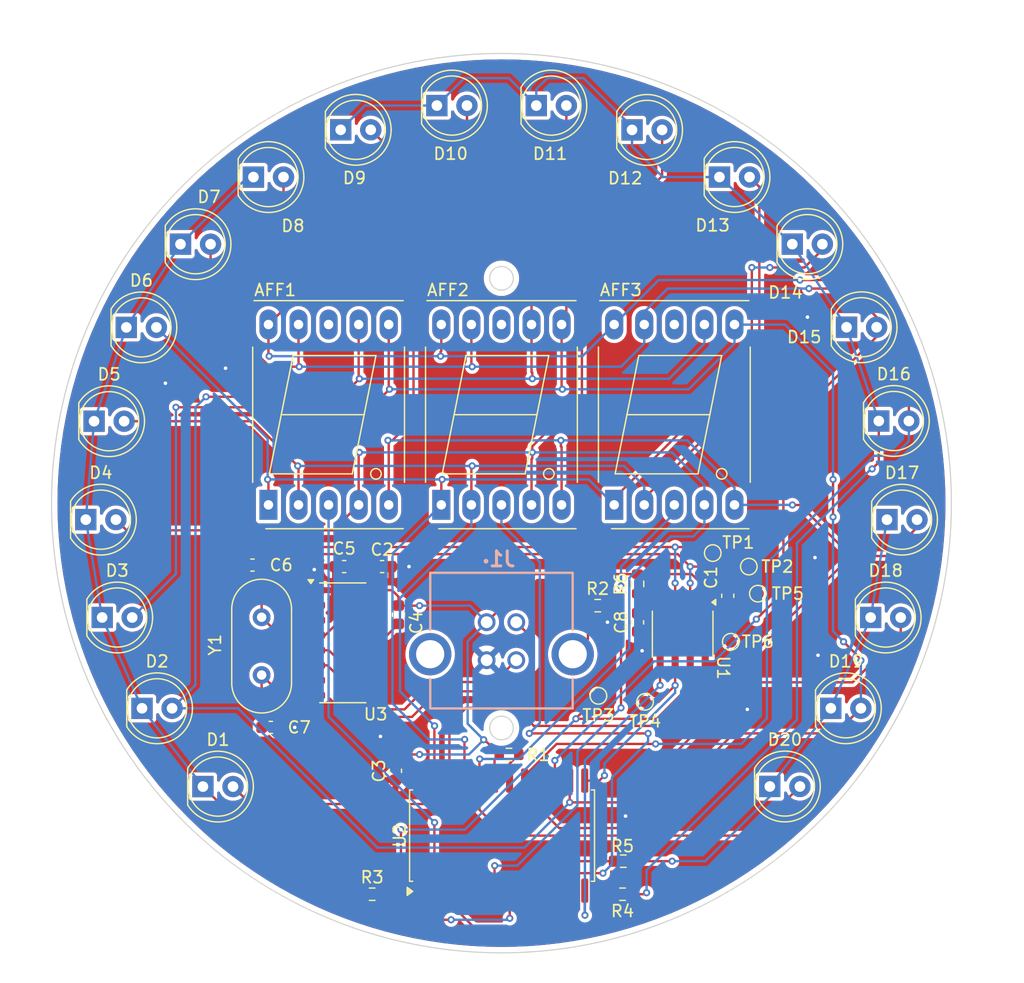
<source format=kicad_pcb>
(kicad_pcb (version 20240108) (generator "pcbnew") (generator_version "8.0")
  (title_block (title "USB LED Gauge") (date "2025-03-11") (rev "1.0"))
  (layers (0 "F.Cu" signal) (31 "B.Cu" signal) (34 "B.Paste" user) (35 "F.Paste" user) (36 "B.SilkS" user "B.Silkscreen") (37 "F.SilkS" user "F.Silkscreen") (38 "B.Mask" user) (39 "F.Mask" user) (44 "Edge.Cuts" user))
  (net 0 "")
  (net 1 "/SEG_F")
  (net 2 "/SEG_C")
  (net 3 "/SEG_G")
  (net 4 "/SEG_A")
  (net 5 "/DIGIT_0")
  (net 6 "/SEG_B")
  (net 7 "/SEG_E")
  (net 8 "/SEG_D")
  (net 9 "/SEG_DP")
  (net 10 "/DIGIT_1")
  (net 11 "/DIGIT_2")
  (net 12 "VBUS")
  (net 13 "GND")
  (net 14 "Net-(D1-K)")
  (net 15 "Net-(D10-K)")
  (net 16 "Net-(D17-K)")
  (net 17 "Net-(J1-D-)")
  (net 18 "Net-(J1-Shield)")
  (net 19 "Net-(J1-D+)")
  (net 20 "/DIGIT_3")
  (net 21 "/DIGIT_4")
  (net 22 "/DIGIT_5")
  (net 23 "/MOSI")
  (net 24 "/PIC_TXD")
  (net 25 "/SCK")
  (net 26 "/PIC_RXD")
  (net 27 "/~{CS}")
  (net 28 "/~{MCLR}")
  (net 29 "Net-(U3-~{DTR})")
  (net 30 "Net-(U3-V3)")
  (net 31 "Net-(U3-XI)")
  (net 32 "Net-(U3-XO)")
  (net 33 "Net-(U2-ISET)")
  (footprint "LED_THT:LED_D5.0mm_Clear" (layer "F.Cu") (at 111.598291 87.119167)
    (property "Reference" "D5")
    (property "Value" "LED")
  )
  (footprint "Resistor_SMD:R_0603_1608Metric" (layer "F.Cu") (at 146.64327 115.277699)
    (property "Reference" "R1")
    (property "Value" "10k")
  )
  (footprint "LED_THT:LED_D5.0mm_Clear" (layer "F.Cu") (at 175.151762 79.178572)
    (property "Reference" "D15")
    (property "Value" "LED")
  )
  (footprint "LED_THT:LED_D5.0mm_Clear" (layer "F.Cu") (at 168.673653 117.984543)
    (property "Reference" "D20")
    (property "Value" "LED")
  )
  (footprint "Package_SO:SOIC-16_3.9x9.9mm_P1.27mm" (layer "F.Cu") (at 132.60927 105.842699)
    (property "Reference" "U3")
    (property "Value" "CH340G")
  )
  (footprint "Capacitor_SMD:C_0603_1608Metric" (layer "F.Cu") (at 137.05427 116.661699 -90)
    (property "Reference" "C3")
    (property "Value" "100nF")
  )
  (footprint "LED_THT:LED_D5.0mm_Clear" (layer "F.Cu") (at 173.823861 111.374318)
    (property "Reference" "D19")
    (property "Value" "LED")
  )
  (footprint "TestPoint:TestPoint_Pad_D1.0mm" (layer "F.Cu") (at 158.13627 110.832699)
    (property "Reference" "TP4")
    (property "Value" "ICSPCLK")
  )
  (footprint "TestPoint:TestPoint_Pad_D1.0mm" (layer "F.Cu") (at 165.37527 105.752699)
    (property "Reference" "TP6")
    (property "Value" "~{CS}")
  )
  (footprint "LED_THT:LED_D5.0mm_Clear" (layer "F.Cu") (at 114.323758 79.189139)
    (property "Reference" "D6")
    (property "Value" "LED")
  )
  (footprint "LED_THT:LED_D5.0mm_Clear" (layer "F.Cu") (at 140.552974 60.443585)
    (property "Reference" "D10")
    (property "Value" "LED")
  )
  (footprint "Display_7Segment:7SegmentLED_LTS6760_LTS6780" (layer "F.Cu") (at 155.526492 94.18615 90)
    (property "Reference" "AFF3")
    (property "Value" "LTS-6980HR")
  )
  (footprint "LED_THT:LED_D5.0mm_Clear" (layer "F.Cu") (at 170.571044 72.155802)
    (property "Reference" "D14")
    (property "Value" "LED")
  )
  (footprint "LED_THT:LED_D5.0mm_Clear" (layer "F.Cu") (at 178.566135 95.437684)
    (property "Reference" "D17")
    (property "Value" "LED")
  )
  (footprint "Capacitor_SMD:C_0603_1608Metric" (layer "F.Cu") (at 126.52627 112.991699)
    (property "Reference" "C7")
    (property "Value" "22pF")
  )
  (footprint "LED_THT:LED_D5.0mm_Clear" (layer "F.Cu") (at 118.897608 72.159332)
    (property "Reference" "D7")
    (property "Value" "LED")
  )
  (footprint "Capacitor_SMD:C_0603_1608Metric" (layer "F.Cu") (at 135.92427 99.402699)
    (property "Reference" "C2")
    (property "Value" "100nF")
  )
  (footprint "LED_THT:LED_D5.0mm_Clear" (layer "F.Cu") (at 177.876054 87.099859)
    (property "Reference" "D16")
    (property "Value" "LED")
  )
  (footprint "Display_7Segment:7SegmentLED_LTS6760_LTS6780" (layer "F.Cu") (at 140.926492 94.18615 90)
    (property "Reference" "AFF2")
    (property "Value" "LTS-6980HR")
  )
  (footprint "Resistor_SMD:R_0603_1608Metric" (layer "F.Cu") (at 135.08627 127.088699)
    (property "Reference" "R3")
    (property "Value" "0R")
  )
  (footprint "Resistor_SMD:R_0603_1608Metric" (layer "F.Cu") (at 154.13627 102.704699)
    (property "Reference" "R2")
    (property "Value" "0R")
  )
  (footprint "LED_THT:LED_D5.0mm_Clear" (layer "F.Cu") (at 120.792333 117.993261)
    (property "Reference" "D1")
    (property "Value" "LED")
  )
  (footprint "Resistor_SMD:R_0603_1608Metric" (layer "F.Cu") (at 156.23227 127.088699 180)
    (property "Reference" "R4")
    (property "Value" "0R")
  )
  (footprint "Capacitor_SMD:C_0603_1608Metric" (layer "F.Cu") (at 132.72327 99.402699 180)
    (property "Reference" "C5")
    (property "Value" "100nF")
  )
  (footprint "Resistor_SMD:R_0603_1608Metric" (layer "F.Cu") (at 157.50127 100.862699 90)
    (property "Reference" "R6")
    (property "Value" "10k")
  )
  (footprint "Package_SO:SOIC-8_3.9x4.9mm_P1.27mm" (layer "F.Cu") (at 161.31127 105.116214 -90)
    (property "Reference" "U1")
    (property "Value" "PIC12F1822-xSN")
  )
  (footprint "Package_SO:SOIC-24W_7.5x15.4mm_P1.27mm" (layer "F.Cu") (at 146.056492 122.135699 90)
    (property "Reference" "U2")
    (property "Value" "MAX7219")
  )
  (footprint "TestPoint:TestPoint_Pad_D1.0mm" (layer "F.Cu") (at 154.19927 110.324699)
    (property "Reference" "TP3")
    (property "Value" "ICSPDAT")
  )
  (footprint "LED_THT:LED_D5.0mm_Clear" (layer "F.Cu") (at 125.057734 66.486669)
    (property "Reference" "D8")
    (property "Value" "LED")
  )
  (footprint "LED_THT:LED_D5.0mm_Clear" (layer "F.Cu") (at 132.426869 62.493313)
    (property "Reference" "D9")
    (property "Value" "LED")
  )
  (footprint "Capacitor_SMD:C_0603_1608Metric" (layer "F.Cu") (at 157.50127 104.114699 -90)
    (property "Reference" "C8")
    (property "Value" "100nF")
  )
  (footprint "LED_THT:LED_D5.0mm_Clear" (layer "F.Cu") (at 148.949573 60.444036)
    (property "Reference" "D11")
    (property "Value" "LED")
  )
  (footprint "LED_THT:LED_D5.0mm_Clear" (layer "F.Cu") (at 115.6477 111.376822)
    (property "Reference" "D2")
    (property "Value" "LED")
  )
  (footprint "Capacitor_SMD:C_0603_1608Metric" (layer "F.Cu") (at 137.30827 103.466699 90)
    (property "Reference" "C4")
    (property "Value" "100nF")
  )
  (footprint "Display_7Segment:7SegmentLED_LTS6760_LTS6780" (layer "F.Cu") (at 126.326492 94.18615 90)
    (property "Reference" "AFF1")
    (property "Value" "LTS-6980HR")
  )
  (footprint "TestPoint:TestPoint_Pad_D1.0mm" (layer "F.Cu") (at 163.85127 98.259699)
    (property "Reference" "TP1")
    (property "Value" "TXD")
  )
  (footprint "TestPoint:TestPoint_Pad_D1.0mm" (layer "F.Cu") (at 166.89927 99.402699)
    (property "Reference" "TP2")
    (property "Value" "RXD")
  )
  (footprint "LED_THT:LED_D5.0mm_Clear" (layer "F.Cu") (at 157.034751 62.502212)
    (property "Reference" "D12")
    (property "Value" "LED")
  )
  (footprint "Crystal:Crystal_HC49-U_Vertical" (layer "F.Cu") (at 125.75127 103.683699 -90)
    (property "Reference" "Y1")
    (property "Value" "12MHz")
  )
  (footprint "LED_THT:LED_D5.0mm_Clear" (layer "F.Cu") (at 110.901953 95.435812)
    (property "Reference" "D4")
    (property "Value" "LED")
  )
  (footprint "LED_THT:LED_D5.0mm_Clear" (layer "F.Cu") (at 164.4187 66.483545)
    (property "Reference" "D13")
    (property "Value" "LED")
  )
  (footprint "TestPoint:TestPoint_Pad_D1.0mm" (layer "F.Cu") (at 167.66127 101.688699)
    (property "Reference" "TP5")
    (property "Value" "~{MCLR}")
  )
  (footprint "LED_THT:LED_D5.0mm_Clear" (layer "F.Cu") (at 177.186875 103.705135)
    (property "Reference" "D18")
    (property "Value" "LED")
  )
  (footprint "Capacitor_SMD:C_0603_1608Metric" (layer "F.Cu") (at 124.97627 99.275699 180)
    (property "Reference" "C6")
    (property "Value" "22pF")
  )
  (footprint "Capacitor_SMD:C_0603_1608Metric" (layer "F.Cu") (at 165.12127 101.866214 90)
    (property "Reference" "C1")
    (property "Value" "100nF")
  )
  (footprint "LED_THT:LED_D5.0mm_Clear" (layer "F.Cu") (at 112.279702 103.704097)
    (property "Reference" "D3")
    (property "Value" "LED")
  )
  (footprint "Resistor_SMD:R_0603_1608Metric" (layer "F.Cu") (at 156.29427 124.294699 180)
    (property "Reference" "R5")
    (property "Value" "0R")
  )
  (footprint "SamacSys_Parts:5787834-1" (layer "B.Cu") (at 146.006492 99.926699 180)
    (property "Reference" "J1")
    (property "Value" "USB_B" (hide yes))
  )
  (gr_circle (center 146.006492 94.04115) (end 184.006492 94.04115) (stroke (width 0.1)) (fill none) (layer "Edge.Cuts"))
  (gr_circle (center 146.006492 75.04115) (end 147.006492 75.04115) (stroke (width 0.1)) (fill none) (layer "Edge.Cuts"))
  (gr_circle (center 146.006492 113.04115) (end 147.006492 113.04115) (stroke (width 0.1)) (fill none) (layer "Edge.Cuts"))
  (segment (start 126.426741 82.511699) (end 128.92627 82.511699) (width 0.2) (layer "F.Cu") (net 1))
  (segment (start 150.51627 117.470921) (end 150.501492 117.485699) (width 0.2) (layer "F.Cu") (net 1))
  (segment (start 143.466492 78.94615) (end 143.466492 82.446921) (width 0.2) (layer "F.Cu") (net 1))
  (segment (start 177.691762 79.974207) (end 177.691762 79.178572) (width 0.2) (layer "F.Cu") (net 1))
  (segment (start 150.51627 115.785699) (end 150.51627 117.470921) (width 0.2) (layer "F.Cu") (net 1))
  (segment (start 121.437608 77.522566) (end 126.426741 82.511699) (width 0.2) (layer "F.Cu") (net 1))
  (segment (start 177.691762 78.318191) (end 177.691762 79.178572) (width 0.2) (layer "F.Cu") (net 1))
  (segment (start 128.866492 78.94615) (end 128.866492 82.451921) (width 0.2) (layer "F.Cu") (net 1))
  (segment (start 169.82027 101.561699) (end 169.82027 87.845699) (width 0.2) (layer "F.Cu") (net 1))
  (segment (start 121.437608 72.159332) (end 121.437608 77.522566) (width 0.2) (layer "F.Cu") (net 1))
  (segment (start 171.97927 75.907699) (end 175.28127 75.907699) (width 0.2) (layer "F.Cu") (net 1))
  (segment (start 175.28127 75.907699) (end 177.691762 78.318191) (width 0.2) (layer "F.Cu") (net 1))
  (segment (start 167.53427 103.847699) (end 169.82027 101.561699) (width 0.2) (layer "F.Cu") (net 1))
  (segment (start 169.82027 87.845699) (end 177.691762 79.974207) (width 0.2) (layer "F.Cu") (net 1))
  (segment (start 143.466492 82.446921) (end 143.53127 82.511699) (width 0.2) (layer "F.Cu") (net 1))
  (segment (start 128.866492 82.451921) (end 128.92627 82.511699) (width 0.2) (layer "F.Cu") (net 1))
  (via (at 128.92627 82.511699) (size 0.6) (drill 0.3) (layers "F.Cu" "B.Cu") (net 1))
  (via (at 143.53127 82.511699) (size 0.6) (drill 0.3) (layers "F.Cu" "B.Cu") (net 1))
  (via (at 167.53427 103.847699) (size 0.6) (drill 0.3) (layers "F.Cu" "B.Cu") (net 1))
  (via (at 171.97927 75.907699) (size 0.6) (drill 0.3) (layers "F.Cu" "B.Cu") (net 1))
  (via (at 150.51627 115.785699) (size 0.6) (drill 0.3) (layers "F.Cu" "B.Cu") (net 1))
  (segment (start 143.53127 82.511699) (end 156.10427 82.511699) (width 0.2) (layer "B.Cu") (net 1))
  (segment (start 160.04127 75.907699) (end 158.066492 77.882477) (width 0.2) (layer "B.Cu") (net 1))
  (segment (start 167.53427 103.847699) (end 163.97827 107.403699) (width 0.2) (layer "B.Cu") (net 1))
  (segment (start 158.89827 107.403699) (end 150.51627 115.785699) (width 0.2) (layer "B.Cu") (net 1))
  (segment (start 128.92627 82.511699) (end 143.53127 82.511699) (width 0.2) (layer "B.Cu") (net 1))
  (segment (start 158.066492 77.882477) (end 158.066492 78.94615) (width 0.2) (layer "B.Cu") (net 1))
  (segment (start 156.10427 82.511699) (end 158.066492 80.549477) (width 0.2) (layer "B.Cu") (net 1))
  (segment (start 171.97927 75.907699) (end 160.04127 75.907699) (width 0.2) (layer "B.Cu") (net 1))
  (segment (start 158.066492 80.549477) (end 158.066492 78.94615) (width 0.2) (layer "B.Cu") (net 1))
  (segment (start 163.97827 107.403699) (end 158.89827 107.403699) (width 0.2) (layer "B.Cu") (net 1))
  (segment (start 159.574751 66.404718) (end 152.80227 73.177199) (width 0.2) (layer "F.Cu") (net 2))
  (segment (start 131.79683 96.335812) (end 133.946492 94.18615) (width 0.2) (layer "F.Cu") (net 2))
  (segment (start 144.151492 115.673477) (end 144.16627 115.658699) (width 0.2) (layer "F.Cu") (net 2))
  (segment (start 114.341953 96.335812) (end 131.79683 96.335812) (width 0.2) (layer "F.Cu") (net 2))
  (segment (start 133.946492 94.18615) (end 133.946492 89.810477) (width 0.2) (layer "F.Cu") (net 2))
  (segment (start 144.151492 119.961921) (end 144.151492 117.485699) (width 0.2) (layer "F.Cu") (net 2))
  (segment (start 148.546492 90.323477) (end 148.546492 94.18615) (width 0.2) (layer "F.Cu") (net 2))
  (segment (start 148.61127 89.242699) (end 148.61127 89.750699) (width 0.2) (layer "F.Cu") (net 2))
  (segment (start 167.062497 122.135699) (end 146.32527 122.135699) (width 0.2) (layer "F.Cu") (net 2))
  (segment (start 146.32527 122.135699) (end 144.151492 119.961921) (width 0.2) (layer "F.Cu") (net 2))
  (segment (start 159.574751 62.502212) (end 159.574751 66.404718) (width 0.2) (layer "F.Cu") (net 2))
  (segment (start 113.441953 95.435812) (end 114.341953 96.335812) (width 0.2) (layer "F.Cu") (net 2))
  (segment (start 152.80227 85.051699) (end 148.61127 89.242699) (width 0.2) (layer "F.Cu") (net 2))
  (segment (start 171.213653 117.984543) (end 167.062497 122.135699) (width 0.2) (layer "F.Cu") (net 2))
  (segment (start 148.61127 89.750699) (end 148.61127 90.258699) (width 0.2) (layer "F.Cu") (net 2))
  (segment (start 133.946492 89.810477) (end 134.00627 89.750699) (width 0.2) (layer "F.Cu") (net 2))
  (segment (start 148.61127 90.258699) (end 148.546492 90.323477) (width 0.2) (layer "F.Cu") (net 2))
  (segment (start 152.80227 73.177199) (end 152.80227 85.051699) (width 0.2) (layer "F.Cu") (net 2))
  (segment (start 144.151492 117.485699) (end 144.151492 115.673477) (width 0.2) (layer "F.Cu") (net 2))
  (via (at 144.16627 115.658699) (size 0.6) (drill 0.3) (layers "F.Cu" "B.Cu") (net 2))
  (via (at 134.00627 89.750699) (size 0.6) (drill 0.3) (layers "F.Cu" "B.Cu") (net 2))
  (via (at 148.61127 89.750699) (size 0.6) (drill 0.3) (layers "F.Cu" "B.Cu") (net 2))
  (segment (start 148.61127 89.750699) (end 160.407212 89.750699) (width 0.2) (layer "B.Cu") (net 2))
  (segment (start 134.00627 89.750699) (end 148.61127 89.750699) (width 0.2) (layer "B.Cu") (net 2))
  (segment (start 160.29527 96.862699) (end 156.80277 100.355199) (width 0.2) (layer "B.Cu") (net 2))
  (segment (start 147.46827 115.658699) (end 144.16627 115.658699) (width 0.2) (layer "B.Cu") (net 2))
  (segment (start 163.146492 95.916477) (end 162.20027 96.862699) (width 0.2) (layer "B.Cu") (net 2))
  (segment (start 156.80277 106.324199) (end 147.46827 115.658699) (width 0.2) (layer "B.Cu") (net 2))
  (segment (start 160.407212 89.750699) (end 163.146492 92.489979) (width 0.2) (layer "B.Cu") (net 2))
  (segment (start 163.146492 94.18615) (end 163.146492 95.916477) (width 0.2) (layer "B.Cu") (net 2))
  (segment (start 162.20027 96.862699) (end 160.29527 96.862699) (width 0.2) (layer "B.Cu") (net 2))
  (segment (start 163.146492 92.489979) (end 163.146492 94.18615) (width 0.2) (layer "B.Cu") (net 2))
  (segment (start 156.80277 100.355199) (end 156.80277 106.324199) (width 0.2) (layer "B.Cu") (net 2))
  (segment (start 127.597734 66.486669) (end 127.597734 77.674908) (width 0.2) (layer "F.Cu") (net 3))
  (segment (start 140.86427 81.622699) (end 140.86427 81.241699) (width 0.2) (layer "F.Cu") (net 3))
  (segment (start 126.326492 81.562921) (end 126.38627 81.622699) (width 0.2) (layer "F.Cu") (net 3))
  (segment (start 176.975535 75.188964) (end 177.69427 75.907699) (width 0.2) (layer "F.Cu") (net 3))
  (segment (start 150.66294 114.388699) (end 147.961492 117.090147) (width 0.2) (layer "F.Cu") (net 3))
  (segment (start 127.597734 77.674908) (end 126.326492 78.94615) (width 0.2) (layer "F.Cu") (net 3))
  (segment (start 177.69427 75.907699) (end 180.416054 80.205807) (width 0.2) (layer "F.Cu") (net 3))
  (segment (start 140.926492 81.179477) (end 140.926492 78.94615) (width 0.2) (layer "F.Cu") (net 3))
  (segment (start 147.961492 117.090147) (end 147.961492 117.485699) (width 0.2) (layer "F.Cu") (net 3))
  (segment (start 140.86427 81.241699) (end 140.926492 81.179477) (width 0.2) (layer "F.Cu") (net 3))
  (segment (start 180.416054 80.205807) (end 180.416054 87.099859) (width 0.2) (layer "F.Cu") (net 3))
  (segment (start 159.02527 114.388699) (end 150.66294 114.388699) (width 0.2) (layer "F.Cu") (net 3))
  (segment (start 126.326492 78.94615) (end 126.326492 81.562921) (width 0.2) (layer "F.Cu") (net 3))
  (segment (start 171.21727 75.188964) (end 176.975535 75.188964) (width 0.2) (layer "F.Cu") (net 3))
  (via (at 140.86427 81.622699) (size 0.6) (drill 0.3) (layers "F.Cu" "B.Cu") (net 3))
  (via (at 159.02527 114.388699) (size 0.6) (drill 0.3) (layers "F.Cu" "B.Cu") (net 3))
  (via (at 126.38627 81.622699) (size 0.6) (drill 0.3) (layers "F.Cu" "B.Cu") (net 3))
  (via (at 171.21727 75.188964) (size 0.6) (drill 0.3) (layers "F.Cu" "B.Cu") (net 3))
  (segment (start 180.416054 88.806915) (end 180.416054 87.099859) (width 0.2) (layer "B.Cu") (net 3))
  (segment (start 179.182798 90.040171) (end 180.416054 88.806915) (width 0.2) (layer "B.Cu") (net 3))
  (segment (start 159.283678 75.188964) (end 155.526492 78.94615) (width 0.2) (layer "B.Cu") (net 3))
  (segment (start 171.21727 75.188964) (end 159.283678 75.188964) (width 0.2) (layer "B.Cu") (net 3))
  (segment (start 177.475742 90.040171) (end 179.182798 90.040171) (width 0.2) (layer "B.Cu") (net 3))
  (segment (start 126.38627 81.622699) (end 140.86427 81.622699) (width 0.2) (layer "B.Cu") (net 3))
  (segment (start 159.02527 114.388699) (end 166.26427 114.388699) (width 0.2) (layer "B.Cu") (net 3))
  (segment (start 152.849943 81.622699) (end 140.86427 81.622699) (width 0.2) (layer "B.Cu") (net 3))
  (segment (start 166.26427 114.388699) (end 168.42327 112.229699) (width 0.2) (layer "B.Cu") (net 3))
  (segment (start 168.42327 112.229699) (end 168.42327 99.092643) (width 0.2) (layer "B.Cu") (net 3))
  (segment (start 168.42327 99.092643) (end 177.475742 90.040171) (width 0.2) (layer "B.Cu") (net 3))
  (segment (start 155.526492 78.94615) (end 152.849943 81.622699) (width 0.2) (layer "B.Cu") (net 3))
  (segment (start 148.61127 83.019699) (end 148.546492 82.954921) (width 0.2) (layer "F.Cu") (net 4))
  (segment (start 148.546492 82.954921) (end 148.546492 78.94615) (width 0.2) (layer "F.Cu") (net 4))
  (segment (start 156.500048 119.326921) (end 151.771492 119.326921) (width 0.2) (layer "F.Cu") (net 4))
  (segment (start 133.946492 78.94615) (end 133.946492 83.467921) (width 0.2) (layer "F.Cu") (net 4))
  (segment (start 148.546492 73.175921) (end 143.092974 67.722403) (width 0.2) (layer "F.Cu") (net 4))
  (segment (start 166.64527 109.181699) (end 156.500048 119.326921) (width 0.2) (layer "F.Cu") (net 4))
  (segment (start 179.726875 105.117094) (end 175.66227 109.181699) (width 0.2) (layer "F.Cu") (net 4))
  (segment (start 143.092974 67.722403) (end 143.092974 60.443585) (width 0.2) (layer "F.Cu") (net 4))
  (segment (start 179.726875 103.705135) (end 179.726875 105.117094) (width 0.2) (layer "F.Cu") (net 4))
  (segment (start 121.05227 85.051699) (end 132.48227 85.051699) (width 0.2) (layer "F.Cu") (net 4))
  (segment (start 132.48227 85.051699) (end 134.00627 83.527699) (width 0.2) (layer "F.Cu") (net 4))
  (segment (start 151.771492 119.326921) (end 151.771492 117.485699) (width 0.2) (layer "F.Cu") (net 4))
  (segment (start 148.546492 78.94615) (end 148.546492 73.175921) (width 0.2) (layer "F.Cu") (net 4))
  (segment (start 133.946492 83.467921) (end 134.00627 83.527699) (width 0.2) (layer "F.Cu") (net 4))
  (segment (start 148.61127 83.527699) (end 148.61127 83.019699) (width 0.2) (layer "F.Cu") (net 4))
  (segment (start 175.66227 109.181699) (end 166.64527 109.181699) (width 0.2) (layer "F.Cu") (net 4))
  (via (at 121.05227 85.051699) (size 0.6) (drill 0.3) (layers "F.Cu" "B.Cu") (net 4))
  (via (at 134.00627 83.527699) (size 0.6) (drill 0.3) (layers "F.Cu" "B.Cu") (net 4))
  (via (at 148.61127 83.527699) (size 0.6) (drill 0.3) (layers "F.Cu" "B.Cu") (net 4))
  (via (at 151.771492 119.326921) (size 0.6) (drill 0.3) (layers "F.Cu" "B.Cu") (net 4))
  (segment (start 147.946714 123.151699) (end 151.771492 119.326921) (width 0.2) (layer "B.Cu") (net 4))
  (segment (start 163.146492 80.549477) (end 163.146492 78.94615) (width 0.2) (layer "B.Cu") (net 4))
  (segment (start 120.16327 85.940699) (end 121.05227 85.051699) (width 0.2) (layer "B.Cu") (net 4))
  (segment (start 134.00627 83.527699) (end 148.61127 83.527699) (width 0.2) (layer "B.Cu") (net 4))
  (segment (start 118.1877 111.376822) (end 123.755393 111.376822) (width 0.2) (layer "B.Cu") (net 4))
  (segment (start 123.755393 111.376822) (end 135.53027 123.151699) (width 0.2) (layer "B.Cu") (net 4))
  (segment (start 135.53027 123.151699) (end 147.946714 123.151699) (width 0.2) (layer "B.Cu") (net 4))
  (segment (start 160.16827 83.527699) (end 163.146492 80.549477) (width 0.2) (layer "B.Cu") (net 4))
  (segment (start 118.1877 111.376822) (end 120.16327 109.401252) (width 0.2) (layer "B.Cu") (net 4))
  (segment (start 148.61127 83.527699) (end 160.16827 83.527699) (width 0.2) (layer "B.Cu") (net 4))
  (segment (start 120.16327 109.401252) (end 120.16327 85.940699) (width 0.2) (layer "B.Cu") (net 4))
  (segment (start 140.35627 121.027699) (end 140.341492 121.042477) (width 0.2) (layer "F.Cu") (net 5))
  (segment (start 140.341492 121.042477) (end 140.341492 126.785699) (width 0.2) (layer "F.Cu") (net 5))
  (via (at 140.35627 121.027699) (size 0.6) (drill 0.3) (layers "F.Cu" "B.Cu") (net 5))
  (segment (start 131.406492 94.18615) (end 131.406492 112.077921) (width 0.2) (layer "B.Cu") (net 5))
  (segment (start 131.406492 112.077921) (end 140.35627 121.027699) (width 0.2) (layer "B.Cu") (net 5))
  (segment (start 151.15127 84.416699) (end 151.086492 84.351921) (width 0.2) (layer "F.Cu") (net 6))
  (segment (start 135.02227 85.940699) (end 136.54627 84.416699) (width 0.2) (layer "F.Cu") (net 6))
  (segment (start 165.62927 113.499699) (end 174.23848 113.499699) (width 0.2) (layer "F.Cu") (net 6))
  (segment (start 151.489573 60.444036) (end 151.489573 78.543069) (width 0.2) (layer "F.Cu") (net 6))
  (segment (start 151.489573 78.543069) (end 151.086492 78.94615) (width 0.2) (layer "F.Cu") (net 6))
  (segment (start 136.486492 78.94615) (end 136.486492 84.356921) (width 0.2) (layer "F.Cu") (net 6))
  (segment (start 157.62827 121.500699) (end 165.62927 113.499699) (width 0.2) (layer "F.Cu") (net 6))
  (segment (start 176.363861 107.21629) (end 176.363861 107.337108) (width 0.2) (layer "F.Cu") (net 6))
  (segment (start 118.51227 85.940699) (end 135.02227 85.940699) (width 0.2) (layer "F.Cu") (net 6))
  (segment (start 149.231492 117.485699) (end 149.231492 119.849699) (width 0.2) (layer "F.Cu") (net 6))
  (segment (start 149.231492 119.849699) (end 150.882492 121.500699) (width 0.2) (layer "F.Cu") (net 6))
  (segment (start 174.01127 92.036699) (end 174.01127 95.211699) (width 0.2) (layer "F.Cu") (net 6))
  (segment (start 174.90027 105.752699) (end 176.363861 107.21629) (width 0.2) (layer "F.Cu") (net 6))
  (segment (start 136.486492 84.356921) (end 136.54627 84.416699) (width 0.2) (layer "F.Cu") (net 6))
  (segment (start 151.086492 84.351921) (end 151.086492 78.94615) (width 0.2) (layer "F.Cu") (net 6))
  (segment (start 150.882492 121.500699) (end 157.62827 121.500699) (width 0.2) (layer "F.Cu") (net 6))
  (segment (start 174.23848 113.499699) (end 176.363861 111.374318) (width 0.2) (layer "F.Cu") (net 6))
  (via (at 174.01127 92.036699) (size 0.6) (drill 0.3) (layers "F.Cu" "B.Cu") (net 6))
  (via (at 176.363861 107.337108) (size 0.6) (drill 0.3) (layers "F.Cu" "B.Cu") (net 6))
  (via (at 136.54627 84.416699) (size 0.6) (drill 0.3) (layers "F.Cu" "B.Cu") (net 6))
  (via (at 174.01127 95.211699) (size 0.6) (drill 0.3) (layers "F.Cu" "B.Cu") (net 6))
  (via (at 151.15127 84.416699) (size 0.6) (drill 0.3) (layers "F.Cu" "B.Cu") (net 6))
  (via (at 174.90027 105.752699) (size 0.6) (drill 0.3) (layers "F.Cu" "B.Cu") (net 6))
  (via (at 118.51227 85.940699) (size 0.6) (drill 0.3) (layers "F.Cu" "B.Cu") (net 6))
  (segment (start 174.01127 104.863699) (end 174.01127 95.211699) (width 0.2) (layer "B.Cu") (net 6))
  (segment (start 174.01127 83.019699) (end 169.94727 78.955699) (width 0.2) (layer "B.Cu") (net 6))
  (segment (start 174.90027 105.752699) (end 174.01127 104.863699) (width 0.2) (layer "B.Cu") (net 6))
  (segment (start 151.15127 84.416699) (end 161.81927 84.416699) (width 0.2) (layer "B.Cu") (net 6))
  (segment (start 176.363861 107.337108) (end 176.363861 111.374318) (width 0.2) (layer "B.Cu") (net 6))
  (segment (start 118.51227 100.011529) (end 118.51227 85.940699) (width 0.2) (layer "B.Cu") (net 6))
  (segment (start 136.54627 84.416699) (end 151.15127 84.416699) (width 0.2) (layer "B.Cu") (net 6))
  (segment (start 169.94727 78.955699) (end 165.696041 78.955699) (width 0.2) (layer "B.Cu") (net 6))
  (segment (start 174.01127 92.036699) (end 174.01127 83.019699) (width 0.2) (layer "B.Cu") (net 6))
  (segment (start 165.696041 78.955699) (end 165.686492 78.94615) (width 0.2) (layer "B.Cu") (net 6))
  (segment (start 161.81927 84.416699) (end 165.686492 80.549477) (width 0.2) (layer "B.Cu") (net 6))
  (segment (start 165.686492 80.549477) (end 165.686492 78.94615) (width 0.2) (layer "B.Cu") (net 6))
  (segment (start 114.819702 103.704097) (end 118.51227 100.011529) (width 0.2) (layer "B.Cu") (net 6))
  (segment (start 168.67727 74.129699) (end 171.59827 74.129699) (width 0.2) (layer "F.Cu") (net 7))
  (segment (start 140.926492 92.101477) (end 140.926492 94.18615) (width 0.2) (layer "F.Cu") (net 7))
  (segment (start 171.59827 74.129699) (end 173.111044 72.616925) (width 0.2) (layer "F.Cu") (net 7))
  (segment (start 173.111044 72.616925) (end 173.111044 72.155802) (width 0.2) (layer "F.Cu") (net 7))
  (segment (start 167.15327 82.003699) (end 167.15327 74.129699) (width 0.2) (layer "F.Cu") (net 7))
  (segment (start 126.326492 92.103921) (end 126.25927 92.036699) (width 0.2) (layer "F.Cu") (net 7))
  (segment (start 126.326492 94.18615) (end 126.326492 92.103921) (width 0.2) (layer "F.Cu") (net 7))
  (segment (start 142.89627 114.007699) (end 142.881492 114.022477) (width 0.2) (layer "F.Cu") (net 7))
  (segment (start 142.881492 114.022477) (end 142.881492 117.485699) (width 0.2) (layer "F.Cu") (net 7))
  (segment (start 140.99127 92.036699) (end 140.926492 92.101477) (width 0.2) (layer "F.Cu") (net 7))
  (segment (start 155.526492 94.18615) (end 155.526492 93.630477) (width 0.2) (layer "F.Cu") (net 7))
  (segment (start 155.526492 93.630477) (end 167.15327 82.003699) (width 0.2) (layer "F.Cu") (net 7))
  (via (at 142.89627 114.007699) (size 0.6) (drill 0.3) (layers "F.Cu" "B.Cu") (net 7))
  (via (at 167.15327 74.129699) (size 0.6) (drill 0.3) (layers "F.Cu" "B.Cu") (net 7))
  (via (at 140.99127 92.036699) (size 0.6) (drill 0.3) (layers "F.Cu" "B.Cu") (net 7))
  (via (at 168.67727 74.129699) (size 0.6) (drill 0.3) (layers "F.Cu" "B.Cu") (net 7))
  (via (at 126.25927 92.036699) (size 0.6) (drill 0.3) (layers "F.Cu" "B.Cu") (net 7))
  (segment (start 153.377041 92.036699) (end 155.526492 94.18615) (width 0.2) (layer "B.Cu") (net 7))
  (segment (start 140.99127 92.036699) (end 153.377041 92.036699) (width 0.2) (layer "B.Cu") (net 7))
  (segment (start 116.863758 79.189139) (end 126.25927 88.584651) (width 0.2) (layer "B.Cu") (net 7))
  (segment (start 126.25927 88.584651) (end 126.25927 92.036699) (width 0.2) (layer "B.Cu") (net 7))
  (segment (start 136.80027 98.312372) (end 140.926492 94.18615) (width 0.2) (layer "B.Cu") (net 7))
  (segment (start 126.25927 92.036699) (end 140.99127 92.036699) (width 0.2) (layer "B.Cu") (net 7))
  (segment (start 136.80027 110.959699) (end 136.80027 98.312372) (width 0.2) (layer "B.Cu") (net 7))
  (segment (start 139.84827 114.007699) (end 136.80027 110.959699) (width 0.2) (layer "B.Cu") (net 7))
  (segment (start 142.89627 114.007699) (end 139.84827 114.007699) (width 0.2) (layer "B.Cu") (net 7))
  (segment (start 167.15327 74.129699) (end 168.67727 74.129699) (width 0.2) (layer "B.Cu") (net 7))
  (segment (start 140.35627 112.864699) (end 140.341492 112.879477) (width 0.2) (layer "F.Cu") (net 8))
  (segment (start 167.78827 83.908699) (end 158.066492 93.630477) (width 0.2) (layer "F.Cu") (net 8))
  (segment (start 140.341492 112.879477) (end 140.341492 117.485699) (width 0.2) (layer "F.Cu") (net 8))
  (segment (start 125.024738 87.119167) (end 128.79927 90.893699) (width 0.2) (layer "F.Cu") (net 8))
  (segment (start 143.53127 90.893699) (end 143.466492 90.958477) (width 0.2) (layer "F.Cu") (net 8))
  (segment (start 143.466492 90.958477) (end 143.466492 94.18615) (width 0.2) (layer "F.Cu") (net 8))
  (segment (start 114.138291 87.119167) (end 125.024738 87.119167) (width 0.2) (layer "F.Cu") (net 8))
  (segment (start 167.78827 67.313115) (end 167.78827 83.908699) (width 0.2) (layer "F.Cu") (net 8))
  (segment (start 128.866492 94.18615) (end 128.866492 90.960921) (width 0.2) (layer "F.Cu") (net 8))
  (segment (start 158.066492 93.630477) (end 158.066492 94.18615) (width 0.2) (layer "F.Cu") (net 8))
  (segment (start 128.866492 90.960921) (end 128.79927 90.893699) (width 0.2) (layer "F.Cu") (net 8))
  (segment (start 166.9587 66.483545) (end 167.78827 67.313115) (width 0.2) (layer "F.Cu") (net 8))
  (via (at 140.35627 112.864699) (size 0.6) (drill 0.3) (layers "F.Cu" "B.Cu") (net 8))
  (via (at 143.53127 90.893699) (size 0.6) (drill 0.3) (layers "F.Cu" "B.Cu") (net 8))
  (via (at 128.79927 90.893699) (size 0.6) (drill 0.3) (layers "F.Cu" "B.Cu") (net 8))
  (segment (start 156.35827 90.893699) (end 158.066492 92.601921) (width 0.2) (layer "B.Cu") (net 8))
  (segment (start 137.43527 102.069699) (end 143.466492 96.038477) (width 0.2) (layer "B.Cu") (net 8))
  (segment (start 158.066492 92.601921) (end 158.066492 94.18615) (width 0.2) (layer "B.Cu") (net 8))
  (segment (start 143.53127 90.893699) (end 156.35827 90.893699) (width 0.2) (layer "B.Cu") (net 8))
  (segment (start 128.79927 90.893699) (end 143.53127 90.893699) (width 0.2) (layer "B.Cu") (net 8))
  (segment (start 140.35627 112.864699) (end 137.43527 109.943699) (width 0.2) (layer "B.Cu") (net 8))
  (segment (start 143.466492 96.038477) (end 143.466492 94.18615) (width 0.2) (layer "B.Cu") (net 8))
  (segment (start 137.43527 109.943699) (end 137.43527 102.069699) (width 0.2) (layer "B.Cu") (net 8))
  (segment (start 141.611492 118.510698) (end 141.611492 117.485699) (width 0.2) (layer "F.Cu") (net 9))
  (segment (start 151.086492 89.304921) (end 151.086492 94.18615) (width 0.2) (layer "F.Cu") (net 9))
  (segment (start 123.332333 117.993261) (end 124.807771 119.468699) (width 0.2) (layer "F.Cu") (net 9))
  (segment (start 134.966869 62.493313) (end 138.57827 66.104714) (width 0.2) (layer "F.Cu") (net 9))
  (segment (start 175.53527 98.513699) (end 161.18427 112.864699) (width 0.2) (layer "F.Cu") (net 9))
  (segment (start 140.653491 119.468699) (end 141.611492 118.510698) (width 0.2) (layer "F.Cu") (net 9))
  (segment (start 143.02327 111.340699) (end 141.611492 112.752477) (width 0.2) (layer "F.Cu") (net 9))
  (segment (start 147.21427 111.340699) (end 143.02327 111.340699) (width 0.2) (layer "F.Cu") (net 9))
  (segment (start 136.486492 88.801921) (end 136.41927 88.734699) (width 0.2) (layer "F.Cu") (net 9))
  (segment (start 138.57827 66.104714) (end 138.57827 86.956699) (width 0.2) (layer "F.Cu") (net 9))
  (segment (start 171.21727 94.195699) (end 175.53527 98.513699) (width 0.2) (layer "F.Cu") (net 9))
  (segment (start 181.106135 96.095259) (end 181.106135 95.437684) (width 0.2) (layer "F.Cu") (net 9))
  (segment (start 141.611492 112.752477) (end 141.611492 117.485699) (width 0.2) (layer "F.Cu") (net 9))
  (segment (start 138.57827 86.956699) (end 136.80027 88.734699) (width 0.2) (layer "F.Cu") (net 9))
  (segment (start 124.807771 119.468699) (end 140.653491 119.468699) (width 0.2) (layer "F.Cu") (net 9))
  (segment (start 136.80027 88.734699) (end 136.41927 88.734699) (width 0.2) (layer "F.Cu") (net 9))
  (segment (start 178.687695 98.513699) (end 181.106135 96.095259) (width 0.2) (layer "F.Cu") (net 9))
  (segment (start 136.486492 94.18615) (end 136.486492 88.801921) (width 0.2) (layer "F.Cu") (net 9))
  (segment (start 175.53527 98.513699) (end 178.687695 98.513699) (width 0.2) (layer "F.Cu") (net 9))
  (segment (start 148.73827 112.864699) (end 147.21427 111.340699) (width 0.2) (layer "F.Cu") (net 9))
  (segment (start 151.02427 88.734699) (end 151.02427 89.242699) (width 0.2) (layer "F.Cu") (net 9))
  (segment (start 151.02427 89.242699) (end 151.086492 89.304921) (width 0.2) (layer "F.Cu") (net 9))
  (segment (start 170.58227 94.195699) (end 171.21727 94.195699) (width 0.2) (layer "F.Cu") (net 9))
  (segment (start 161.18427 112.864699) (end 148.73827 112.864699) (width 0.2) (layer "F.Cu") (net 9))
  (via (at 151.02427 88.734699) (size 0.6) (drill 0.3) (layers "F.Cu" "B.Cu") (net 9))
  (via (at 170.58227 94.195699) (size 0.6) (drill 0.3) (layers "F.Cu" "B.Cu") (net 9))
  (via (at 136.41927 88.734699) (size 0.6) (drill 0.3) (layers "F.Cu" "B.Cu") (net 9))
  (segment (start 165.686492 92.728921) (end 165.686492 94.18615) (width 0.2) (layer "B.Cu") (net 9))
  (segment (start 170.572721 94.18615) (end 170.58227 94.195699) (width 0.2) (layer "B.Cu") (net 9))
  (segment (start 136.41927 88.734699) (end 151.02427 88.734699) (width 0.2) (layer "B.Cu") (net 9))
  (segment (start 161.69227 88.734699) (end 165.686492 92.728921) (width 0.2) (layer "B.Cu") (net 9))
  (segment (start 165.686492 94.18615) (end 170.572721 94.18615) (width 0.2) (layer "B.Cu") (net 9))
  (segment (start 151.02427 88.734699) (end 161.69227 88.734699) (width 0.2) (layer "B.Cu") (net 9))
  (segment (start 148.35727 113.499699) (end 158.39027 113.499699) (width 0.2) (layer "F.Cu") (net 10))
  (segment (start 154.58027 125.310699) (end 152.221493 125.310699) (width 0.2) (layer "F.Cu") (net 10))
  (segment (start 151.771492 125.7607) (end 151.771492 126.785699) (width 0.2) (layer "F.Cu") (net 10))
  (segment (start 152.221493 125.310699) (end 151.771492 125.7607) (width 0.2) (layer "F.Cu") (net 10))
  (via (at 154.58027 125.310699) (size 0.6) (drill 0.3) (layers "F.Cu" "B.Cu") (net 10))
  (via (at 158.39027 113.499699) (size 0.6) (drill 0.3) (layers "F.Cu" "B.Cu") (net 10))
  (via (at 148.35727 113.499699) (size 0.6) (drill 0.3) (layers "F.Cu" "B.Cu") (net 10))
  (segment (start 155.34227 117.22317) (end 155.34227 124.548699) (width 0.2) (layer "B.Cu") (net 10))
  (segment (start 149.24627 112.610699) (end 148.35727 113.499699) (width 0.2) (layer "B.Cu") (net 10))
  (segment (start 158.39027 114.17517) (end 155.34227 117.22317) (width 0.2) (layer "B.Cu") (net 10))
  (segment (start 155.34227 124.548699) (end 154.58027 125.310699) (width 0.2) (layer "B.Cu") (net 10))
  (segment (start 158.39027 113.499699) (end 158.39027 114.17517) (width 0.2) (layer "B.Cu") (net 10))
  (segment (start 146.006492 95.781921) (end 149.24627 99.021699) (width 0.2) (layer "B.Cu") (net 10))
  (segment (start 146.006492 94.18615) (end 146.006492 95.781921) (width 0.2) (layer "B.Cu") (net 10))
  (segment (start 149.24627 99.021699) (end 149.24627 112.610699) (width 0.2) (layer "B.Cu") (net 10))
  (segment (start 145.43627 124.675699) (end 145.421492 124.690477) (width 0.2) (layer "F.Cu") (net 11))
  (segment (start 145.421492 124.690477) (end 145.421492 126.785699) (width 0.2) (layer "F.Cu") (net 11))
  (segment (start 156.10427 101.053699) (end 156.10427 111.340699) (width 0.2) (layer "F.Cu") (net 11))
  (via (at 156.10427 101.053699) (size 0.6) (drill 0.3) (layers "F.Cu" "B.Cu") (net 11))
  (via (at 156.10427 111.340699) (size 0.6) (drill 0.3) (layers "F.Cu" "B.Cu") (net 11))
  (via (at 145.43627 124.675699) (size 0.6) (drill 0.3) (layers "F.Cu" "B.Cu") (net 11))
  (segment (start 152.42127 115.023699) (end 152.42127 119.595699) (width 0.2) (layer "B.Cu") (net 11))
  (segment (start 156.10427 111.340699) (end 152.42127 115.023699) (width 0.2) (layer "B.Cu") (net 11))
  (segment (start 152.42127 119.595699) (end 147.34127 124.675699) (width 0.2) (layer "B.Cu") (net 11))
  (segment (start 156.10427 99.402699) (end 156.10427 101.053699) (width 0.2) (layer "B.Cu") (net 11))
  (segment (start 160.606492 94.900477) (end 156.10427 99.402699) (width 0.2) (layer "B.Cu") (net 11))
  (segment (start 160.606492 94.18615) (end 160.606492 94.900477) (width 0.2) (layer "B.Cu") (net 11))
  (segment (start 147.34127 124.675699) (end 145.43627 124.675699) (width 0.2) (layer "B.Cu") (net 11))
  (segment (start 136.76327 101.397699) (end 137.30827 101.942699) (width 0.2) (layer "F.Cu") (net 12))
  (segment (start 135.08427 99.594699) (end 135.08427 101.397699) (width 0.2) (layer "F.Cu") (net 12))
  (segment (start 137.32127 102.704699) (end 137.30827 102.691699) (width 0.2) (layer "F.Cu") (net 12))
  (segment (start 137.05427 115.658699) (end 137.43527 115.277699) (width 0.2) (layer "F.Cu") (net 12))
  (segment (start 144.503343 114.034884) (end 144.575455 114.034884) (width 0.2) (layer "F.Cu") (net 12))
  (segment (start 137.30827 101.942699) (end 137.30827 102.691699) (width 0.2) (layer "F.Cu") (net 12))
  (segment (start 163.21627 101.180699) (end 162.07327 100.037699) (width 0.2) (layer "F.Cu") (net 12))
  (segment (start 165.12127 102.641214) (end 163.21627 102.641214) (width 0.2) (layer "F.Cu") (net 12))
  (segment (start 145.421492 117.485699) (end 145.421492 115.674477) (width 0.2) (layer "F.Cu") (net 12))
  (segment (start 157.50127 100.037699) (end 148.820492 100.037699) (width 0.2) (layer "F.Cu") (net 12))
  (segment (start 139.08627 102.704699) (end 137.32127 102.704699) (width 0.2) (layer "F.Cu") (net 12))
  (segment (start 162.07327 100.037699) (end 157.50127 100.037699) (width 0.2) (layer "F.Cu") (net 12))
  (segment (start 137.05427 115.886699) (end 137.05427 115.658699) (width 0.2) (layer "F.Cu") (net 12))
  (segment (start 135.08427 101.397699) (end 136.76327 101.397699) (width 0.2) (layer "F.Cu") (net 12))
  (segment (start 135.14927 99.529699) (end 135.08427 99.594699) (width 0.2) (layer "F.Cu") (net 12))
  (segment (start 148.820492 100.037699) (end 144.756492 104.101699) (width 0.2) (layer "F.Cu") (net 12))
  (segment (start 145.421492 115.674477) (end 145.81827 115.277699) (width 0.2) (layer "F.Cu") (net 12))
  (segment (start 135.14927 99.402699) (end 135.14927 99.529699) (width 0.2) (layer "F.Cu") (net 12))
  (segment (start 144.575455 114.034884) (end 145.81827 115.277699) (width 0.2) (layer "F.Cu") (net 12))
  (segment (start 163.21627 102.641214) (end 163.21627 101.180699) (width 0.2) (layer "F.Cu") (net 12))
  (segment (start 137.43527 115.277699) (end 139.08627 115.277699) (width 0.2) (layer "F.Cu") (net 12))
  (via (at 139.08627 102.704699) (size 0.6) (drill 0.3) (layers "F.Cu" "B.Cu") (net 12))
  (via (at 144.503343 114.034884) (size 0.6) (drill 0.3) (layers "F.Cu" "B.Cu") (net 12))
  (via (at 139.08627 115.277699) (size 0.6) (drill 0.3) (layers "F.Cu" "B.Cu") (net 12))
  (segment (start 144.503343 114.034884) (end 143.260528 115.277699) (width 0.2) (layer "B.Cu") (net 12))
  (segment (start 144.756492 104.101699) (end 143.15027 105.707921) (width 0.2) (layer "B.Cu") (net 12))
  (segment (start 143.359492 102.704699) (end 139.08627 102.704699) (width 0.2) (layer "B.Cu") (net 12))
  (segment (start 144.756492 104.101699) (end 143.359492 102.704699) (width 0.2) (layer "B.Cu") (net 12))
  (segment (start 143.15027 112.681811) (end 144.503343 114.034884) (width 0.2) (layer "B.Cu") (net 12))
  (segment (start 143.15027 107.403699) (end 143.15027 112.681811) (width 0.2) (layer "B.Cu") (net 12))
  (segment (start 143.260528 115.277699) (end 139.08627 115.277699) (width 0.2) (layer "B.Cu") (net 12))
  (segment (start 143.15027 105.707921) (end 143.15027 107.403699) (width 0.2) (layer "B.Cu") (net 12))
  (via (at 130.19627 99.656699) (size 0.6) (drill 0.3) (layers "F.Cu" "B.Cu") (net 13))
  (via (at 157.88227 106.514699) (size 0.6) (drill 0.3) (layers "F.Cu" "B.Cu") (net 13))
  (via (at 172.48727 98.640699) (size 0.6) (drill 0.3) (layers "F.Cu" "B.Cu") (net 13))
  (via (at 117.62327 83.908699) (size 0.6) (drill 0.3) (layers "F.Cu" "B.Cu") (net 13))
  (via (at 171.85227 78.320699) (size 0.6) (drill 0.3) (layers "F.Cu" "B.Cu") (net 13))
  (via (at 122.70327 82.638699) (size 0.6) (drill 0.3) (layers "F.Cu" "B.Cu") (net 13))
  (via (at 128.54527 112.991699) (size 0.6) (drill 0.3) (layers "F.Cu" "B.Cu") (net 13))
  (via (at 138.19727 99.402699) (size 0.6) (drill 0.3) (layers "F.Cu" "B.Cu") (net 13))
  (via (at 166.77227 111.467699) (size 0.6) (drill 0.3) (layers "F.Cu" "B.Cu") (net 13))
  (via (at 154.96127 104.101699) (size 0.6) (drill 0.3) (layers "F.Cu" "B.Cu") (net 13))
  (via (at 156.48527 120.484699) (size 0.6) (drill 0.3) (layers "F.Cu" "B.Cu") (net 13))
  (via (at 172.74127 106.895699) (size 0.6) (drill 0.3) (layers "F.Cu" "B.Cu") (net 13))
  (via (at 135.78427 113.753699) (size 0.6) (drill 0.3) (layers "F.Cu" "B.Cu") (net 13))
  (segment (start 133.75227 127.088699) (end 128.03727 121.373699) (width 0.2) (layer "F.Cu") (net 14))
  (segment (start 124.172771 121.373699) (end 120.792333 117.993261) (width 0.2) (layer "F.Cu") (net 14))
  (segment (start 128.03727 121.373699) (end 124.172771 121.373699) (width 0.2) (layer "F.Cu") (net 14))
  (segment (start 134.26127 127.088699) (end 133.75227 127.088699) (width 0.2) (layer "F.Cu") (net 14))
  (segment (start 111.598291 87.119167) (end 110.901953 95.435812) (width 0.2) (layer "B.Cu") (net 14))
  (segment (start 124.570271 66.486669) (end 118.897608 72.159332) (width 0.2) (layer "B.Cu") (net 14))
  (segment (start 125.057734 66.486669) (end 124.570271 66.486669) (width 0.2) (layer "B.Cu") (net 14))
  (segment (start 114.323758 79.189139) (end 111.598291 87.119167) (width 0.2) (layer "B.Cu") (net 14))
  (segment (start 115.6477 111.376822) (end 120.792333 117.993261) (width 0.2) (layer "B.Cu") (net 14))
  (segment (start 118.897608 72.159332) (end 114.323758 79.189139) (width 0.2) (layer "B.Cu") (net 14))
  (segment (start 110.901953 95.435812) (end 112.279702 103.704097) (width 0.2) (layer "B.Cu") (net 14))
  (segment (start 112.279702 103.704097) (end 115.6477 111.376822) (width 0.2) (layer "B.Cu") (net 14))
  (segment (start 177.31327 91.147699) (end 177.876054 90.584915) (width 0.2) (layer "F.Cu") (net 15))
  (segment (start 158.13627 127.088699) (end 158.26327 126.961699) (width 0.2) (layer "F.Cu") (net 15))
  (segment (start 177.876054 90.584915) (end 177.876054 87.099859) (width 0.2) (layer "F.Cu") (net 15))
  (segment (start 157.05727 127.088699) (end 158.13627 127.088699) (width 0.2) (layer "F.Cu") (net 15))
  (via (at 177.31327 91.147699) (size 0.6) (drill 0.3) (layers "F.Cu" "B.Cu") (net 15))
  (via (at 158.26327 126.961699) (size 0.6) (drill 0.3) (layers "F.Cu" "B.Cu") (net 15))
  (segment (start 149.88127 58.127699) (end 148.949573 59.059396) (width 0.2) (layer "B.Cu") (net 15))
  (segment (start 177.226741 91.147699) (end 170.96327 97.41117) (width 0.2) (layer "B.Cu") (net 15))
  (segment (start 152.92927 58.127699) (end 149.88127 58.127699) (width 0.2) (layer "B.Cu") (net 15))
  (segment (start 146.633236 58.127699) (end 148.949573 60.444036) (width 0.2) (layer "B.Cu") (net 15))
  (segment (start 159.634116 66.483545) (end 164.4187 66.483545) (width 0.2) (layer "B.Cu") (net 15))
  (segment (start 177.31327 91.147699) (end 177.226741 91.147699) (width 0.2) (layer "B.Cu") (net 15))
  (segment (start 142.86886 58.127699) (end 146.633236 58.127699) (width 0.2) (layer "B.Cu") (net 15))
  (segment (start 177.876054 87.099859) (end 175.151762 79.178572) (width 0.2) (layer "B.Cu") (net 15))
  (segment (start 170.571044 72.155802) (end 175.151762 79.178572) (width 0.2) (layer "B.Cu") (net 15))
  (segment (start 140.552974 60.443585) (end 142.86886 58.127699) (width 0.2) (layer "B.Cu") (net 15))
  (segment (start 134.476597 60.443585) (end 132.426869 62.493313) (width 0.2) (layer "B.Cu") (net 15))
  (segment (start 157.034751 62.502212) (end 157.034751 62.23318) (width 0.2) (layer "B.Cu") (net 15))
  (segment (start 157.034751 62.502212) (end 157.034751 63.88418) (width 0.2) (layer "B.Cu") (net 15))
  (segment (start 170.96327 112.356699) (end 158.26327 125.056699) (width 0.2) (layer "B.Cu") (net 15))
  (segment (start 158.26327 125.056699) (end 158.26327 126.961699) (width 0.2) (layer "B.Cu") (net 15))
  (segment (start 157.034751 62.23318) (end 152.92927 58.127699) (width 0.2) (layer "B.Cu") (net 15))
  (segment (start 148.949573 59.059396) (end 148.949573 60.444036) (width 0.2) (layer "B.Cu") (net 15))
  (segment (start 170.96327 97.41117) (end 170.96327 112.356699) (width 0.2) (layer "B.Cu") (net 15))
  (segment (start 157.034751 63.88418) (end 159.634116 66.483545) (width 0.2) (layer "B.Cu") (net 15))
  (segment (start 140.552974 60.443585) (end 134.476597 60.443585) (width 0.2) (layer "B.Cu") (net 15))
  (segment (start 164.4187 66.483545) (end 170.571044 72.155802) (width 0.2) (layer "B.Cu") (net 15))
  (segment (start 160.42227 124.294699) (end 157.11927 124.294699) (width 0.2) (layer "F.Cu") (net 16))
  (via (at 160.42227 124.294699) (size 0.6) (drill 0.3) (layers "F.Cu" "B.Cu") (net 16))
  (segment (start 160.42227 124.294699) (end 163.21627 124.294699) (width 0.2) (layer "B.Cu") (net 16))
  (segment (start 168.673653 118.837316) (end 168.673653 117.984543) (width 0.2) (layer "B.Cu") (net 16))
  (segment (start 173.823861 111.374318) (end 177.186875 103.705135) (width 0.2) (layer "B.Cu") (net 16))
  (segment (start 168.673653 117.984543) (end 173.823861 111.374318) (width 0.2) (layer "B.Cu") (net 16))
  (segment (start 163.21627 124.294699) (end 168.673653 118.837316) (width 0.2) (layer "B.Cu") (net 16))
  (segment (start 177.186875 103.705135) (end 178.566135 95.437684) (width 0.2) (layer "B.Cu") (net 16))
  (segment (start 131.30227 107.747699) (end 131.95527 108.400699) (width 0.2) (layer "F.Cu") (net 17))
  (segment (start 130.13427 107.747699) (end 131.30227 107.747699) (width 0.2) (layer "F.Cu") (net 17))
  (segment (start 133.75227 112.102699) (end 138.45127 112.102699) (width 0.2) (layer "F.Cu") (net 17))
  (segment (start 148.73827 107.784699) (end 148.73827 105.583477) (width 0.2) (layer "F.Cu") (net 17))
  (segment (start 146.57927 109.943699) (end 140.61027 109.943699) (width 0.2) (layer "F.Cu") (net 17))
  (segment (start 131.95527 108.400699) (end 131.95527 110.305699) (width 0.2) (layer "F.Cu") (net 17))
  (segment (start 148.73827 105.583477) (end 147.256492 104.101699) (width 0.2) (layer "F.Cu") (net 17))
  (segment (start 131.95527 110.305699) (end 133.75227 112.102699) (width 0.2) (layer "F.Cu") (net 17))
  (segment (start 146.57927 109.943699) (end 148.73827 107.784699) (width 0.2) (layer "F.Cu") (net 17))
  (segment (start 140.61027 109.943699) (end 138.45127 112.102699) (width 0.2) (layer "F.Cu") (net 17))
  (segment (start 153.31127 105.521921) (end 152.026492 106.806699) (width 0.2) (layer "F.Cu") (net 18))
  (segment (start 153.31127 102.704699) (end 153.31127 105.521921) (width 0.2) (layer "F.Cu") (net 18))
  (segment (start 132.48227 109.939975) (end 132.48227 107.530699) (width 0.2) (layer "F.Cu") (net 19))
  (segment (start 147.256492 107.311699) (end 145.411381 109.15681) (width 0.2) (layer "F.Cu") (net 19))
  (segment (start 137.81627 111.467699) (end 134.009994 111.467699) (width 0.2) (layer "F.Cu") (net 19))
  (segment (start 132.48227 107.530699) (end 131.42927 106.477699) (width 0.2) (layer "F.Cu") (net 19))
  (segment (start 140.127159 109.15681) (end 137.81627 111.467699) (width 0.2) (layer "F.Cu") (net 19))
  (segment (start 145.411381 109.15681) (end 140.127159 109.15681) (width 0.2) (layer "F.Cu") (net 19))
  (segment (start 131.42927 106.477699) (end 130.13427 106.477699) (width 0.2) (layer "F.Cu") (net 19))
  (segment (start 134.009994 111.467699) (end 132.48227 109.939975) (width 0.2) (layer "F.Cu") (net 19))
  (segment (start 146.691492 128.597921) (end 146.691492 126.785699) (width 0.2) (layer "F.Cu") (net 20))
  (segment (start 146.70627 128.612699) (end 146.691492 128.597921) (width 0.2) (layer "F.Cu") (net 20))
  (segment (start 146.70627 129.120699) (end 146.70627 128.612699) (width 0.2) (layer "F.Cu") (net 20))
  (segment (start 138.07027 129.247699) (end 141.75327 129.247699) (width 0.2) (layer "F.Cu") (net 20))
  (segment (start 135.91127 127.088699) (end 138.07027 129.247699) (width 0.2) (layer "F.Cu") (net 20))
  (via (at 141.75327 129.247699) (size 0.6) (drill 0.3) (layers "F.Cu" "B.Cu") (net 20))
  (via (at 146.70627 129.120699) (size 0.6) (drill 0.3) (layers "F.Cu" "B.Cu") (net 20))
  (segment (start 141.75327 129.247699) (end 146.57927 129.247699) (width 0.2) (layer "B.Cu") (net 20))
  (segment (start 146.57927 129.247699) (end 146.70627 129.120699) (width 0.2) (layer "B.Cu") (net 20))
  (segment (start 155.40727 127.563699) (end 155.40727 127.088699) (width 0.2) (layer "F.Cu") (net 21))
  (segment (start 143.683493 129.882699) (end 153.08827 129.882699) (width 0.2) (layer "F.Cu") (net 21))
  (segment (start 141.611492 126.785699) (end 141.611492 127.810698) (width 0.2) (layer "F.Cu") (net 21))
  (segment (start 153.08827 129.882699) (end 155.40727 127.563699) (width 0.2) (layer "F.Cu") (net 21))
  (segment (start 141.611492 127.810698) (end 143.683493 129.882699) (width 0.2) (layer "F.Cu") (net 21))
  (segment (start 150.501492 125.7607) (end 150.501492 126.785699) (width 0.2) (layer "F.Cu") (net 22))
  (segment (start 151.967493 124.294699) (end 150.501492 125.7607) (width 0.2) (layer "F.Cu") (net 22))
  (segment (start 155.46927 124.294699) (end 151.967493 124.294699) (width 0.2) (layer "F.Cu") (net 22))
  (segment (start 152.29427 112.229699) (end 152.29427 112.264699) (width 0.2) (layer "F.Cu") (net 23))
  (segment (start 154.19927 110.324699) (end 152.29427 112.229699) (width 0.2) (layer "F.Cu") (net 23))
  (segment (start 137.51627 121.627699) (end 137.51627 125.230477) (width 0.2) (layer "F.Cu") (net 23))
  (segment (start 161.94627 109.435699) (end 161.94627 107.591214) (width 0.2) (layer "F.Cu") (net 23))
  (segment (start 159.11727 112.264699) (end 161.94627 109.435699) (width 0.2) (layer "F.Cu") (net 23))
  (segment (start 152.29427 112.264699) (end 159.11727 112.264699) (width 0.2) (layer "F.Cu") (net 23))
  (segment (start 137.51627 125.230477) (end 139.071492 126.785699) (width 0.2) (layer "F.Cu") (net 23))
  (via (at 137.51627 121.627699) (size 0.6) (drill 0.3) (layers "F.Cu" "B.Cu") (net 23))
  (via (at 152.29427 112.264699) (size 0.6) (drill 0.3) (layers "F.Cu" "B.Cu") (net 23))
  (segment (start 137.51627 121.627699) (end 142.93127 121.627699) (width 0.2) (layer "B.Cu") (net 23))
  (segment (start 142.93127 121.627699) (end 152.29427 112.264699) (width 0.2) (layer "B.Cu") (net 23))
  (segment (start 163.34327 97.751699) (end 163.85127 98.259699) (width 0.2) (layer "F.Cu") (net 24))
  (segment (start 160.67627 100.799699) (end 160.67627 102.641214) (width 0.2) (layer "F.Cu") (net 24))
  (segment (start 160.67627 97.751699) (end 129.56127 97.751699) (width 0.2) (layer "F.Cu") (net 24))
  (segment (start 129.56127 97.751699) (end 127.78327 99.529699) (width 0.2) (layer "F.Cu") (net 24))
  (segment (start 127.78327 99.529699) (end 127.78327 102.561698) (width 0.2) (layer "F.Cu") (net 24))
  (segment (start 127.78327 102.561698) (end 129.159271 103.937699) (width 0.2) (layer "F.Cu") (net 24))
  (segment (start 160.67627 97.751699) (end 163.34327 97.751699) (width 0.2) (layer "F.Cu") (net 24))
  (segment (start 129.159271 103.937699) (end 130.13427 103.937699) (width 0.2) (layer "F.Cu") (net 24))
  (via (at 160.67627 97.751699) (size 0.6) (drill 0.3) (layers "F.Cu" "B.Cu") (net 24))
  (via (at 160.67627 100.799699) (size 0.6) (drill 0.3) (layers "F.Cu" "B.Cu") (net 24))
  (segment (start 160.67627 97.751699) (end 160.67627 100.799699) (width 0.2) (layer "B.Cu") (net 24))
  (segment (start 160.67627 109.435699) (end 160.67627 107.591214) (width 0.2) (layer "F.Cu") (net 25))
  (segment (start 159.27927 110.832699) (end 160.67627 109.435699) (width 0.2) (layer "F.Cu") (net 25))
  (segment (start 158.13627 110.832699) (end 159.27927 110.832699) (width 0.2) (layer "F.Cu") (net 25))
  (segment (start 154.27727 117.485699) (end 153.041492 117.485699) (width 0.2) (layer "F.Cu") (net 25))
  (segment (start 154.70727 117.055699) (end 154.27727 117.485699) (width 0.2) (layer "F.Cu") (net 25))
  (via (at 154.70727 117.055699) (size 0.6) (drill 0.3) (layers "F.Cu" "B.Cu") (net 25))
  (via (at 160.67627 109.435699) (size 0.6) (drill 0.3) (layers "F.Cu" "B.Cu") (net 25))
  (segment (start 160.67627 110.070699) (end 154.70727 116.039699) (width 0.2) (layer "B.Cu") (net 25))
  (segment (start 160.67627 109.435699) (end 160.67627 110.070699) (width 0.2) (layer "B.Cu") (net 25))
  (segment (start 154.70727 116.039699) (end 154.70727 117.055699) (width 0.2) (layer "B.Cu") (net 25))
  (segment (start 161.94627 102.641214) (end 161.94627 100.799699) (width 0.2) (layer "F.Cu") (net 26))
  (segment (start 129.159271 102.667699) (end 128.41827 101.926698) (width 0.2) (layer "F.Cu") (net 26))
  (segment (start 166.89927 99.402699) (end 161.94627 99.402699) (width 0.2) (layer "F.Cu") (net 26))
  (segment (start 160.89527 98.351699) (end 161.94627 99.402699) (width 0.2) (layer "F.Cu") (net 26))
  (segment (start 128.41827 101.926698) (end 128.41827 99.910699) (width 0.2) (layer "F.Cu") (net 26))
  (segment (start 129.97727 98.351699) (end 160.89527 98.351699) (width 0.2) (layer "F.Cu") (net 26))
  (segment (start 128.41827 99.910699) (end 129.97727 98.351699) (width 0.2) (layer "F.Cu") (net 26))
  (segment (start 130.13427 102.667699) (end 129.159271 102.667699) (width 0.2) (layer "F.Cu") (net 26))
  (via (at 161.94627 100.799699) (size 0.6) (drill 0.3) (layers "F.Cu" "B.Cu") (net 26))
  (via (at 161.94627 99.402699) (size 0.6) (drill 0.3) (layers "F.Cu" "B.Cu") (net 26))
  (segment (start 161.94627 99.402699) (end 161.94627 100.799699) (width 0.2) (layer "B.Cu") (net 26))
  (segment (start 153.05627 128.866699) (end 153.041492 128.851921) (width 0.2) (layer "F.Cu") (net 27))
  (segment (start 160.269786 105.752699) (end 159.40627 106.616215) (width 0.2) (layer "F.Cu") (net 27))
  (segment (start 165.37527 105.752699) (end 160.269786 105.752699) (width 0.2) (layer "F.Cu") (net 27))
  (segment (start 159.40627 106.616215) (end 159.40627 107.591214) (width 0.2) (layer "F.Cu") (net 27))
  (segment (start 153.041492 128.851921) (end 153.041492 126.785699) (width 0.2) (layer "F.Cu") (net 27))
  (segment (start 159.40627 107.591214) (end 159.40627 109.435699) (width 0.2) (layer "F.Cu") (net 27))
  (via (at 153.05627 128.866699) (size 0.6) (drill 0.3) (layers "F.Cu" "B.Cu") (net 27))
  (via (at 159.40627 109.435699) (size 0.6) (drill 0.3) (layers "F.Cu" "B.Cu") (net 27))
  (segment (start 153.05627 115.785699) (end 153.05627 128.866699) (width 0.2) (layer "B.Cu") (net 27))
  (segment (start 159.40627 109.435699) (end 153.05627 115.785699) (width 0.2) (layer "B.Cu") (net 27))
  (segment (start 160.018756 104.228699) (end 165.62927 104.228699) (width 0.2) (layer "F.Cu") (net 28))
  (segment (start 157.564785 102.641214) (end 157.50127 102.577699) (width 0.2) (layer "F.Cu") (net 28))
  (segment (start 159.40627 102.641214) (end 157.564785 102.641214) (width 0.2) (layer "F.Cu") (net 28))
  (segment (start 159.40627 103.616213) (end 160.018756 104.228699) (width 0.2) (layer "F.Cu") (net 28))
  (segment (start 159.40627 102.641214) (end 159.40627 103.616213) (width 0.2) (layer "F.Cu") (net 28))
  (segment (start 167.66127 102.196699) (end 167.66127 101.688699) (width 0.2) (layer "F.Cu") (net 28))
  (segment (start 165.62927 104.228699) (end 167.66127 102.196699) (width 0.2) (layer "F.Cu") (net 28))
  (segment (start 157.50127 102.577699) (end 157.50127 101.687699) (width 0.2) (layer "F.Cu") (net 28))
  (segment (start 157.50127 103.339699) (end 157.50127 102.577699) (width 0.2) (layer "F.Cu") (net 28))
  (segment (start 137.30827 104.241699) (end 136.34227 105.207699) (width 0.2) (layer "F.Cu") (net 29))
  (segment (start 136.34227 105.207699) (end 135.08427 105.207699) (width 0.2) (layer "F.Cu") (net 29))
  (segment (start 133.49827 99.402699) (end 133.49827 102.818698) (width 0.2) (layer "F.Cu") (net 30))
  (segment (start 133.49827 102.818698) (end 131.109269 105.207699) (width 0.2) (layer "F.Cu") (net 30))
  (segment (start 131.109269 105.207699) (end 130.13427 105.207699) (width 0.2) (layer "F.Cu") (net 30))
  (segment (start 125.75127 99.275699) (end 125.75127 103.683699) (width 0.2) (layer "F.Cu") (net 31))
  (segment (start 127.78327 105.715699) (end 125.75127 103.683699) (width 0.2) (layer "F.Cu") (net 31))
  (segment (start 127.78327 108.292699) (end 127.78327 105.715699) (width 0.2) (layer "F.Cu") (net 31))
  (segment (start 128.50827 109.017699) (end 127.78327 108.292699) (width 0.2) (layer "F.Cu") (net 31))
  (segment (start 130.13427 109.017699) (end 128.50827 109.017699) (width 0.2) (layer "F.Cu") (net 31))
  (segment (start 125.75127 108.563699) (end 125.75127 112.991699) (width 0.2) (layer "F.Cu") (net 32))
  (segment (start 130.13427 110.287699) (end 127.47527 110.287699) (width 0.2) (layer "F.Cu") (net 32))
  (segment (start 127.47527 110.287699) (end 125.75127 108.563699) (width 0.2) (layer "F.Cu") (net 32))
  (segment (start 146.691492 116.054477) (end 147.46827 115.277699) (width 0.2) (layer "F.Cu") (net 33))
  (segment (start 146.691492 117.485699) (end 146.691492 116.054477) (width 0.2) (layer "F.Cu") (net 33))
  (zone (net 13) (net_name "GND") (layers "F&B.Cu") (connect_pads (clearance 0.3)) (min_thickness 0.25) (fill yes (thermal_gap 0.5) (thermal_bridge_width 0.5))
    (polygon (pts (xy 105.55827 51.523699) (xy 189.88627 51.523699) (xy 190.14027 134.454699) (xy 103.65327 134.581699)))
  )
)
</source>
